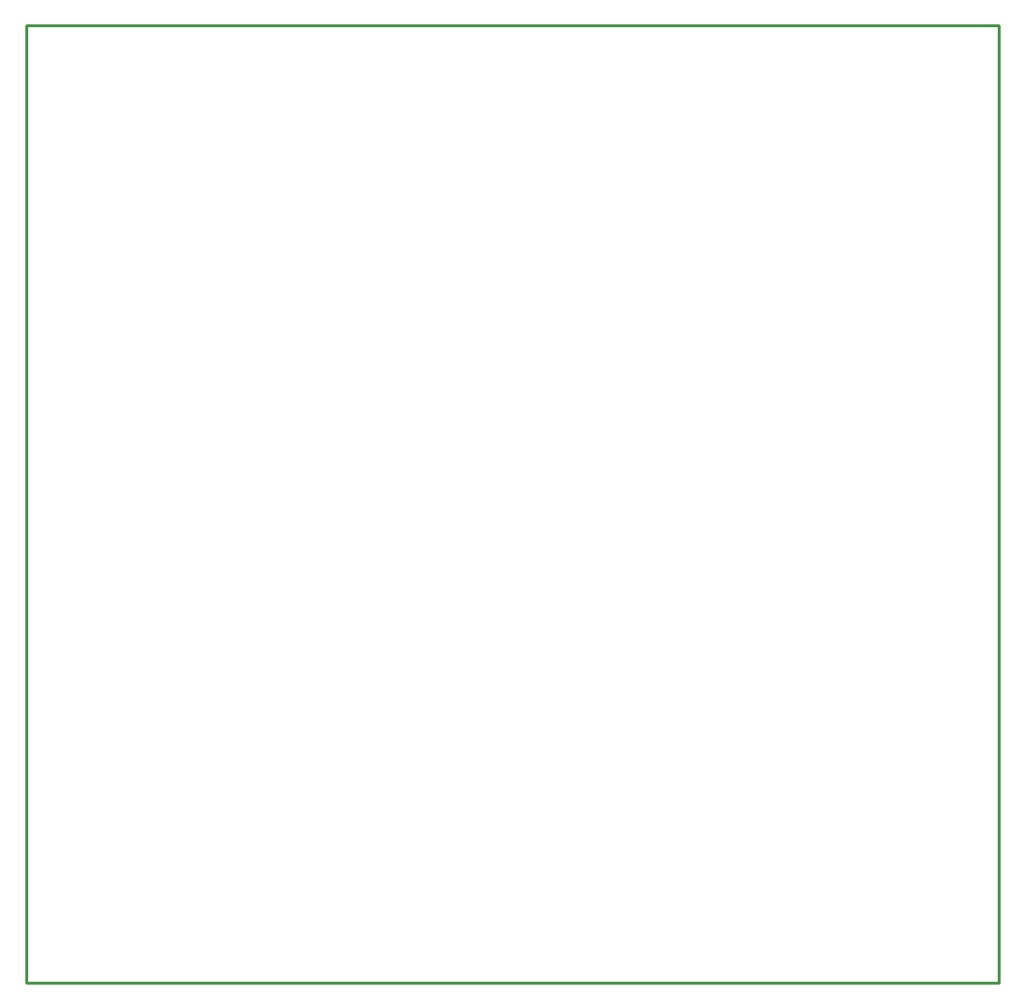
<source format=gko>
G04 Layer: BoardOutline*
G04 EasyEDA v5.9.42, Fri, 15 Feb 2019 08:44:07 GMT*
G04 63fce91bb22149d2a5f5640f5a0d42c2*
G04 Gerber Generator version 0.2*
G04 Scale: 100 percent, Rotated: No, Reflected: No *
G04 Dimensions in inches *
G04 leading zeros omitted , absolute positions ,2 integer and 4 decimal *
%FSLAX24Y24*%
%MOIN*%
G90*
G70D02*

%ADD10C,0.010000*%
G54D10*
G01X0Y32800D02*
G01X33300Y32800D01*
G01X33300Y0D01*
G01X0Y0D01*
G01X0Y32800D01*

%LPD*%
M00*
M02*

</source>
